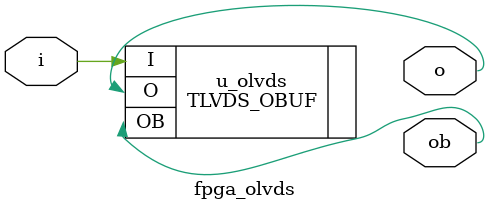
<source format=sv>

module fpga_olvds (
   input  logic i,
   output logic o,
   output logic ob
);

  //ELVDS_OBUF u_olvds ( // Emulated
    TLVDS_OBUF u_olvds ( // True
      .O   (o),
      .OB  (ob),

      .I   (i)
    );

endmodule: fpga_olvds

/*
------------------------------------------------------------------------------
Version History:
------------------------------------------------------------------------------
 2022/10/10 JI: initial creation
*/

</source>
